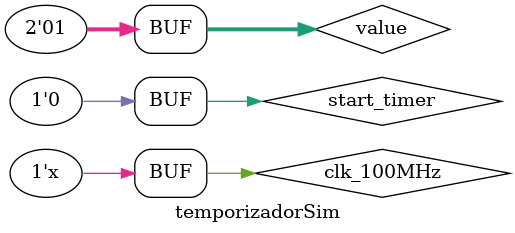
<source format=v>
`timescale 1ns / 1ps


module temporizadorSim;

	// Inputs
	reg clk_100MHz;
	reg [1:0] value;
	reg start_timer;

	// Outputs
	wire t_expired;
	wire on;
	wire counting;
	wire [1:0] counter;
	wire clk_1Hz;
	wire add_one;
	wire add_one_last;

	// Instantiate the Unit Under Test (UUT)
	temporizador uut (
		.clk_100MHz(clk_100MHz), 
		.value(value), 
		.start_timer(start_timer), 
		.t_expired(t_expired), 
		.on(on),
		.counting(counting),
		.counter(counter),
		.clk_1Hz(clk_1Hz),
		.add_one(add_one),
		.add_one_last(add_one_last)
	);

	initial begin
		// Initialize Inputs
		clk_100MHz = 0;
		value = 0;
		start_timer = 0;

		// Wait 100 ns for global reset to finish
		#100;
        
		// Add stimulus here
		#10 value = 1;
		
		#10 start_timer = 1;
		#10 start_timer = 0;
	end
	
	always 
	#1  clk_100MHz =  ! clk_100MHz;
      
endmodule


</source>
